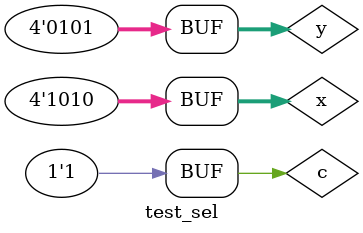
<source format=v>

module sel (output saida, input [3:0] entrada01, input [3:0] entrada02,input c);
	
	wire [3:0] saida_XNOR;
	wire saida_and;
	
	//---XNOR
	xnor XNOR1 (saida_XNOR[0], entrada01[0], entrada02[0]);
	xnor XNOR2 (saida_XNOR[1], entrada01[1], entrada02[1]);
	xnor XNOR3 (saida_XNOR[2], entrada01[2], entrada02[2]);
	xnor XNOR4 (saida_XNOR[3], entrada01[3], entrada02[3]);
	//---AND	
	and AND1 (saida_and, saida_XNOR[0], saida_XNOR[1], saida_XNOR[2], saida_XNOR[3]);
	//---XOR	
	xor XOR5 (saida, c, saida_and);
endmodule //--sel

// ------------------------- 
// -- test sel
// -------------------------
module test_sel; 

	reg [3:0] x; 
	reg [3:0] y; 
	reg c;
	wire z; 
	sel modulo (z, x, y, c); 
	 
	initial begin:main
		$display("Exemplo0036 - João Henrique - 392734");
		$display("Test LU's module"); 
		x = 4'b0011; y = 4'b0101; c = 0;
		#1 $monitor("%3b %3b Option: %1b = %3b", x, y, c, z); 
		#1 c = 1;
		#1 x = 4'b1010; y = 4'b1101; c = 0;
		#1 x = 4'b1010; y = 4'b1101; c = 1;
		#1 x = 4'b1111; y = 4'b1111; c = 0;
		#1 x = 4'b1111; y = 4'b1111; c = 1;
		#1 x = 4'b0000; y = 4'b1000; c = 0;
		#1 x = 4'b0010; y = 4'b0001; c = 1;
		#1 x = 4'b1010; y = 4'b0101; c = 0;
		#1 x = 4'b1010; y = 4'b0101; c = 1;
	end //--main
endmodule //--test_sel
</source>
